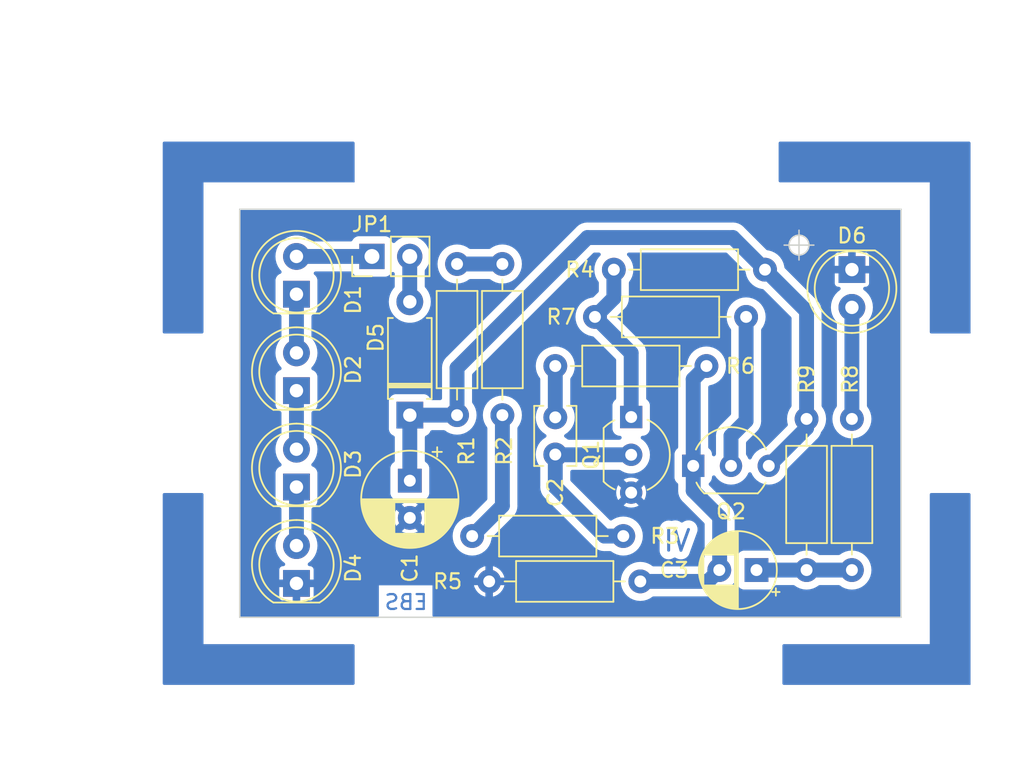
<source format=kicad_pcb>
(kicad_pcb (version 20221018) (generator pcbnew)
  (title_block (title "${acronym} - ${title}") (date "${date}") (rev "${revision}") (company "${company}") (comment 1 "${creator}") (comment 2 "${license}"))
  (layers (0 "F.Cu" signal) (31 "B.Cu" signal) (34 "B.Paste" user) (35 "F.Paste" user) (36 "B.SilkS" user "B.Silkscreen") (37 "F.SilkS" user "F.Silkscreen") (38 "B.Mask" user) (39 "F.Mask" user) (44 "Edge.Cuts" user))
  (property "acronym" "EBS")
  (property "company" "HTL-Rankweil")
  (property "creator" "GAR")
  (property "date" "1337-13-37")
  (property "license" "CC BY-NC-SA 4.0")
  (property "link" "github.com/htl-rankweil")
  (property "revision" "1.0")
  (property "title" "Ewigblink Solar")
  (net 0 "")
  (net 1 "Net-(C2-Pad2)")
  (net 2 "Net-(C3-Pad1)")
  (net 3 "Net-(D5-K)")
  (net 4 "Net-(Q1-B)")
  (net 5 "Net-(Q2-C)")
  (net 6 "Net-(D1-K)")
  (net 7 "Net-(D2-K)")
  (net 8 "Net-(D3-K)")
  (net 9 "Net-(D5-A)")
  (net 10 "Net-(R1-Pad2)")
  (net 11 "Net-(R2-Pad2)")
  (net 12 "GND")
  (net 13 "VCC")
  (net 14 "Net-(D6-A)")
  (net 15 "Net-(Q1-C)")
  (net 16 "Net-(Q2-B)")
  (footprint "Resistor_THT:R_Axial_DIN0207_L6.3mm_D2.5mm_P10.16mm_Horizontal" (layer "F.Cu") (at 153.289 93.726)
    (fp_text reference "R6" (at 12.446 0) (layer "F.SilkS"))
    (fp_text value "1k")
    (fp_line (start 1.04 0) (end 1.81 0) (stroke (width 0.12)) (layer "F.SilkS"))
    (fp_line (start 1.81 -1.37) (end 1.81 1.37) (stroke (width 0.12)) (layer "F.SilkS"))
    (fp_line (start 1.81 1.37) (end 8.35 1.37) (stroke (width 0.12)) (layer "F.SilkS"))
    (fp_line (start 8.35 -1.37) (end 1.81 -1.37) (stroke (width 0.12)) (layer "F.SilkS"))
    (fp_line (start 8.35 1.37) (end 8.35 -1.37) (stroke (width 0.12)) (layer "F.SilkS"))
    (fp_line (start 9.12 0) (end 8.35 0) (stroke (width 0.12)) (layer "F.SilkS"))
    (pad "1" thru_hole circle (at 0 0) (size 1.6 1.6) (drill 0.8) (layers "*.Cu" "*.Mask") (net 1 "Net-(C2-Pad2)"))
    (pad "2" thru_hole oval (at 10.16 0) (size 1.6 1.6) (drill 0.8) (layers "*.Cu" "*.Mask") (net 5 "Net-(Q2-C)"))
  )
  (footprint "LED_THT:LED_D5.0mm" (layer "F.Cu") (at 135.89 101.859 90)
    (fp_text reference "D3" (at 1.529 3.81 90) (layer "F.SilkS"))
    (fp_text value "PD333" hide)
    (fp_line (start -1.29 -1.545) (end -1.29 1.545) (stroke (width 0.12)) (layer "F.SilkS"))
    (fp_arc (start -1.29 -1.54483) (mid 2.072002 -2.880433) (end 4.26 0.000462) (stroke (width 0.12)) (layer "F.SilkS"))
    (fp_arc (start 4.26 -0.000462) (mid 2.072002 2.880433) (end -1.29 1.54483) (stroke (width 0.12)) (layer "F.SilkS"))
    (fp_circle (center 1.27 0) (end 3.77 0) (stroke (width 0.12)) (fill none) (layer "F.SilkS"))
    (pad "1" thru_hole rect (at 0 0 90) (size 1.8 1.8) (drill 0.9) (layers "*.Cu" "*.Mask") (net 8 "Net-(D3-K)"))
    (pad "2" thru_hole circle (at 2.54 0 90) (size 1.8 1.8) (drill 0.9) (layers "*.Cu" "*.Mask") (net 7 "Net-(D2-K)"))
  )
  (footprint "Package_TO_SOT_THT:TO-92_Inline_Wide" (layer "F.Cu") (at 158.39 97.155 -90)
    (fp_text reference "Q1" (at 2.54 2.688 90) (layer "F.SilkS"))
    (fp_text value "BC547")
    (fp_line (start 0.74 1.85) (end 4.34 1.85) (stroke (width 0.12)) (layer "F.SilkS"))
    (fp_arc (start 0.1836 -1.098807) (mid 1.143021 -2.192817) (end 2.54 -2.6) (stroke (width 0.12)) (layer "F.SilkS"))
    (fp_arc (start 0.74 1.85) (mid 0.446097 1.509328) (end 0.215816 1.122795) (stroke (width 0.12)) (layer "F.SilkS"))
    (fp_arc (start 2.54 -2.6) (mid 3.936979 -2.192818) (end 4.8964 -1.098807) (stroke (width 0.12)) (layer "F.SilkS"))
    (fp_arc (start 4.864184 1.122795) (mid 4.633903 1.509328) (end 4.34 1.85) (stroke (width 0.12)) (layer "F.SilkS"))
    (pad "1" thru_hole rect (at 0 0 270) (size 1.5 1.5) (drill 0.8) (layers "*.Cu" "*.Mask") (net 15 "Net-(Q1-C)"))
    (pad "2" thru_hole circle (at 2.54 0 270) (size 1.5 1.5) (drill 0.8) (layers "*.Cu" "*.Mask") (net 4 "Net-(Q1-B)"))
    (pad "3" thru_hole circle (at 5.08 0 270) (size 1.5 1.5) (drill 0.8) (layers "*.Cu" "*.Mask") (net 12 "GND"))
  )
  (footprint "Connector_PinHeader_2.54mm:PinHeader_1x02_P2.54mm_Vertical" (layer "F.Cu") (at 140.965 86.36 90)
    (fp_text reference "JP1" (at 2.159 0.005 180) (layer "F.SilkS"))
    (fp_text value "Jumper_2_Open" hide)
    (fp_line (start -1.33 -1.33) (end 0 -1.33) (stroke (width 0.12)) (layer "F.SilkS"))
    (fp_line (start -1.33 0) (end -1.33 -1.33) (stroke (width 0.12)) (layer "F.SilkS"))
    (fp_line (start -1.33 1.27) (end -1.33 3.87) (stroke (width 0.12)) (layer "F.SilkS"))
    (fp_line (start -1.33 1.27) (end 1.33 1.27) (stroke (width 0.12)) (layer "F.SilkS"))
    (fp_line (start -1.33 3.87) (end 1.33 3.87) (stroke (width 0.12)) (layer "F.SilkS"))
    (fp_line (start 1.33 1.27) (end 1.33 3.87) (stroke (width 0.12)) (layer "F.SilkS"))
    (pad "1" thru_hole rect (at 0 0 90) (size 1.7 1.7) (drill 1) (layers "*.Cu" "*.Mask") (net 13 "VCC"))
    (pad "2" thru_hole oval (at 0 2.54 90) (size 1.7 1.7) (drill 1) (layers "*.Cu" "*.Mask") (net 9 "Net-(D5-A)"))
  )
  (footprint "Resistor_THT:R_Axial_DIN0207_L6.3mm_D2.5mm_P10.16mm_Horizontal" (layer "F.Cu") (at 167.386 87.249 180)
    (fp_text reference "R4" (at 12.446 0) (layer "F.SilkS"))
    (fp_text value "33k")
    (fp_line (start 1.04 0) (end 1.81 0) (stroke (width 0.12)) (layer "F.SilkS"))
    (fp_line (start 1.81 -1.37) (end 1.81 1.37) (stroke (width 0.12)) (layer "F.SilkS"))
    (fp_line (start 1.81 1.37) (end 8.35 1.37) (stroke (width 0.12)) (layer "F.SilkS"))
    (fp_line (start 8.35 -1.37) (end 1.81 -1.37) (stroke (width 0.12)) (layer "F.SilkS"))
    (fp_line (start 8.35 1.37) (end 8.35 -1.37) (stroke (width 0.12)) (layer "F.SilkS"))
    (fp_line (start 9.12 0) (end 8.35 0) (stroke (width 0.12)) (layer "F.SilkS"))
    (pad "1" thru_hole circle (at 0 0 180) (size 1.6 1.6) (drill 0.8) (layers "*.Cu" "*.Mask") (net 3 "Net-(D5-K)"))
    (pad "2" thru_hole oval (at 10.16 0 180) (size 1.6 1.6) (drill 0.8) (layers "*.Cu" "*.Mask") (net 15 "Net-(Q1-C)"))
  )
  (footprint "Capacitor_THT:C_Disc_D3.8mm_W2.6mm_P2.50mm" (layer "F.Cu") (at 153.289 99.675 90)
    (fp_text reference "C2" (at -2.56 0 90) (layer "F.SilkS"))
    (fp_text value "100n")
    (fp_line (start -0.77 -1.42) (end -0.77 -0.795) (stroke (width 0.12)) (layer "F.SilkS"))
    (fp_line (start -0.77 -1.42) (end 3.27 -1.42) (stroke (width 0.12)) (layer "F.SilkS"))
    (fp_line (start -0.77 0.795) (end -0.77 1.42) (stroke (width 0.12)) (layer "F.SilkS"))
    (fp_line (start -0.77 1.42) (end 3.27 1.42) (stroke (width 0.12)) (layer "F.SilkS"))
    (fp_line (start 3.27 -1.42) (end 3.27 -0.795) (stroke (width 0.12)) (layer "F.SilkS"))
    (fp_line (start 3.27 0.795) (end 3.27 1.42) (stroke (width 0.12)) (layer "F.SilkS"))
    (pad "1" thru_hole circle (at 0 0 90) (size 1.6 1.6) (drill 0.8) (layers "*.Cu" "*.Mask") (net 4 "Net-(Q1-B)"))
    (pad "2" thru_hole circle (at 2.5 0 90) (size 1.6 1.6) (drill 0.8) (layers "*.Cu" "*.Mask") (net 1 "Net-(C2-Pad2)"))
  )
  (footprint "Resistor_THT:R_Axial_DIN0207_L6.3mm_D2.5mm_P10.16mm_Horizontal" (layer "F.Cu") (at 173.228 107.442 90)
    (fp_text reference "R8" (at 12.827 -0.127 90) (layer "F.SilkS"))
    (fp_text value "1k")
    (fp_line (start 1.04 0) (end 1.81 0) (stroke (width 0.12)) (layer "F.SilkS"))
    (fp_line (start 1.81 -1.37) (end 1.81 1.37) (stroke (width 0.12)) (layer "F.SilkS"))
    (fp_line (start 1.81 1.37) (end 8.35 1.37) (stroke (width 0.12)) (layer "F.SilkS"))
    (fp_line (start 8.35 -1.37) (end 1.81 -1.37) (stroke (width 0.12)) (layer "F.SilkS"))
    (fp_line (start 8.35 1.37) (end 8.35 -1.37) (stroke (width 0.12)) (layer "F.SilkS"))
    (fp_line (start 9.12 0) (end 8.35 0) (stroke (width 0.12)) (layer "F.SilkS"))
    (pad "1" thru_hole circle (at 0 0 90) (size 1.6 1.6) (drill 0.8) (layers "*.Cu" "*.Mask") (net 2 "Net-(C3-Pad1)"))
    (pad "2" thru_hole oval (at 10.16 0 90) (size 1.6 1.6) (drill 0.8) (layers "*.Cu" "*.Mask") (net 14 "Net-(D6-A)"))
  )
  (footprint "LED_THT:LED_D5.0mm" (layer "F.Cu") (at 173.228 87.244 -90)
    (fp_text reference "D6" (at -2.281 0) (layer "F.SilkS"))
    (fp_text value "LED" hide)
    (fp_line (start -1.29 -1.545) (end -1.29 1.545) (stroke (width 0.12)) (layer "F.SilkS"))
    (fp_arc (start -1.29 -1.54483) (mid 2.072002 -2.880433) (end 4.26 0.000462) (stroke (width 0.12)) (layer "F.SilkS"))
    (fp_arc (start 4.26 -0.000462) (mid 2.072002 2.880433) (end -1.29 1.54483) (stroke (width 0.12)) (layer "F.SilkS"))
    (fp_circle (center 1.27 0) (end 3.77 0) (stroke (width 0.12)) (fill none) (layer "F.SilkS"))
    (pad "1" thru_hole rect (at 0 0 270) (size 1.8 1.8) (drill 0.9) (layers "*.Cu" "*.Mask") (net 12 "GND"))
    (pad "2" thru_hole circle (at 2.54 0 270) (size 1.8 1.8) (drill 0.9) (layers "*.Cu" "*.Mask") (net 14 "Net-(D6-A)"))
  )
  (footprint "Diode_THT:D_A-405_P7.62mm_Horizontal" (layer "F.Cu") (at 143.51 97.028 90)
    (fp_text reference "D5" (at 5.207 -2.286 90) (layer "F.SilkS"))
    (fp_text value "D")
    (fp_line (start 1.09 -1.47) (end 6.53 -1.47) (stroke (width 0.12)) (layer "F.SilkS"))
    (fp_line (start 1.09 -1.14) (end 1.09 -1.47) (stroke (width 0.12)) (layer "F.SilkS"))
    (fp_line (start 1.09 1.14) (end 1.09 1.47) (stroke (width 0.12)) (layer "F.SilkS"))
    (fp_line (start 1.09 1.47) (end 6.53 1.47) (stroke (width 0.12)) (layer "F.SilkS"))
    (fp_line (start 1.87 -1.47) (end 1.87 1.47) (stroke (width 0.12)) (layer "F.SilkS"))
    (fp_line (start 1.99 -1.47) (end 1.99 1.47) (stroke (width 0.12)) (layer "F.SilkS"))
    (fp_line (start 2.11 -1.47) (end 2.11 1.47) (stroke (width 0.12)) (layer "F.SilkS"))
    (fp_line (start 6.53 -1.47) (end 6.53 -1.14) (stroke (width 0.12)) (layer "F.SilkS"))
    (fp_line (start 6.53 1.47) (end 6.53 1.14) (stroke (width 0.12)) (layer "F.SilkS"))
    (pad "1" thru_hole rect (at 0 0 90) (size 1.8 1.8) (drill 0.9) (layers "*.Cu" "*.Mask") (net 3 "Net-(D5-K)"))
    (pad "2" thru_hole oval (at 7.62 0 90) (size 1.8 1.8) (drill 0.9) (layers "*.Cu" "*.Mask") (net 9 "Net-(D5-A)"))
  )
  (footprint "Resistor_THT:R_Axial_DIN0207_L6.3mm_D2.5mm_P10.16mm_Horizontal" (layer "F.Cu") (at 149.733 86.868 -90)
    (fp_text reference "R2" (at 12.573 -0.127 90) (layer "F.SilkS"))
    (fp_text value "10Meg")
    (fp_line (start 1.04 0) (end 1.81 0) (stroke (width 0.12)) (layer "F.SilkS"))
    (fp_line (start 1.81 -1.37) (end 1.81 1.37) (stroke (width 0.12)) (layer "F.SilkS"))
    (fp_line (start 1.81 1.37) (end 8.35 1.37) (stroke (width 0.12)) (layer "F.SilkS"))
    (fp_line (start 8.35 -1.37) (end 1.81 -1.37) (stroke (width 0.12)) (layer "F.SilkS"))
    (fp_line (start 8.35 1.37) (end 8.35 -1.37) (stroke (width 0.12)) (layer "F.SilkS"))
    (fp_line (start 9.12 0) (end 8.35 0) (stroke (width 0.12)) (layer "F.SilkS"))
    (pad "1" thru_hole circle (at 0 0 270) (size 1.6 1.6) (drill 0.8) (layers "*.Cu" "*.Mask") (net 10 "Net-(R1-Pad2)"))
    (pad "2" thru_hole oval (at 10.16 0 270) (size 1.6 1.6) (drill 0.8) (layers "*.Cu" "*.Mask") (net 11 "Net-(R2-Pad2)"))
  )
  (footprint "LED_THT:LED_D5.0mm" (layer "F.Cu") (at 135.89 95.382 90)
    (fp_text reference "D2" (at 1.402 3.81 90) (layer "F.SilkS"))
    (fp_text value "PD333" hide)
    (fp_line (start -1.29 -1.545) (end -1.29 1.545) (stroke (width 0.12)) (layer "F.SilkS"))
    (fp_arc (start -1.29 -1.54483) (mid 2.072002 -2.880433) (end 4.26 0.000462) (stroke (width 0.12)) (layer "F.SilkS"))
    (fp_arc (start 4.26 -0.000462) (mid 2.072002 2.880433) (end -1.29 1.54483) (stroke (width 0.12)) (layer "F.SilkS"))
    (fp_circle (center 1.27 0) (end 3.77 0) (stroke (width 0.12)) (fill none) (layer "F.SilkS"))
    (pad "1" thru_hole rect (at 0 0 90) (size 1.8 1.8) (drill 0.9) (layers "*.Cu" "*.Mask") (net 7 "Net-(D2-K)"))
    (pad "2" thru_hole circle (at 2.54 0 90) (size 1.8 1.8) (drill 0.9) (layers "*.Cu" "*.Mask") (net 6 "Net-(D1-K)"))
  )
  (footprint "LED_THT:LED_D5.0mm" (layer "F.Cu") (at 135.89 108.336 90)
    (fp_text reference "D4" (at 1.021 3.81 90) (layer "F.SilkS"))
    (fp_text value "PD333" hide)
    (fp_line (start -1.29 -1.545) (end -1.29 1.545) (stroke (width 0.12)) (layer "F.SilkS"))
    (fp_arc (start -1.29 -1.54483) (mid 2.072002 -2.880433) (end 4.26 0.000462) (stroke (width 0.12)) (layer "F.SilkS"))
    (fp_arc (start 4.26 -0.000462) (mid 2.072002 2.880433) (end -1.29 1.54483) (stroke (width 0.12)) (layer "F.SilkS"))
    (fp_circle (center 1.27 0) (end 3.77 0) (stroke (width 0.12)) (fill none) (layer "F.SilkS"))
    (pad "1" thru_hole rect (at 0 0 90) (size 1.8 1.8) (drill 0.9) (layers "*.Cu" "*.Mask") (net 12 "GND"))
    (pad "2" thru_hole circle (at 2.54 0 90) (size 1.8 1.8) (drill 0.9) (layers "*.Cu" "*.Mask") (net 8 "Net-(D3-K)"))
  )
  (footprint "Capacitor_THT:CP_Radial_D5.0mm_P2.50mm" (layer "F.Cu") (at 166.813113 107.442 180)
    (fp_text reference "C3" (at 5.523113 0) (layer "F.SilkS"))
    (fp_text value "10u")
    (fp_line (start -1.554775 -1.475) (end -1.054775 -1.475) (stroke (width 0.12)) (layer "F.SilkS"))
    (fp_line (start -1.304775 -1.725) (end -1.304775 -1.225) (stroke (width 0.12)) (layer "F.SilkS"))
    (fp_line (start 1.25 -2.58) (end 1.25 2.58) (stroke (width 0.12)) (layer "F.SilkS"))
    (fp_line (start 1.29 -2.58) (end 1.29 2.58) (stroke (width 0.12)) (layer "F.SilkS"))
    (fp_line (start 1.33 -2.579) (end 1.33 2.579) (stroke (width 0.12)) (layer "F.SilkS"))
    (fp_line (start 1.37 -2.578) (end 1.37 2.578) (stroke (width 0.12)) (layer "F.SilkS"))
    (fp_line (start 1.41 -2.576) (end 1.41 2.576) (stroke (width 0.12)) (layer "F.SilkS"))
    (fp_line (start 1.45 -2.573) (end 1.45 2.573) (stroke (width 0.12)) (layer "F.SilkS"))
    (fp_line (start 1.49 -2.569) (end 1.49 -1.04) (stroke (width 0.12)) (layer "F.SilkS"))
    (fp_line (start 1.49 1.04) (end 1.49 2.569) (stroke (width 0.12)) (layer "F.SilkS"))
    (fp_line (start 1.53 -2.565) (end 1.53 -1.04) (stroke (width 0.12)) (layer "F.SilkS"))
    (fp_line (start 1.53 1.04) (end 1.53 2.565) (stroke (width 0.12)) (layer "F.SilkS"))
    (fp_line (start 1.57 -2.561) (end 1.57 -1.04) (stroke (width 0.12)) (layer "F.SilkS"))
    (fp_line (start 1.57 1.04) (end 1.57 2.561) (stroke (width 0.12)) (layer "F.SilkS"))
    (fp_line (start 1.61 -2.556) (end 1.61 -1.04) (stroke (width 0.12)) (layer "F.SilkS"))
    (fp_line (start 1.61 1.04) (end 1.61 2.556) (stroke (width 0.12)) (layer "F.SilkS"))
    (fp_line (start 1.65 -2.55) (end 1.65 -1.04) (stroke (width 0.12)) (layer "F.SilkS"))
    (fp_line (start 1.65 1.04) (end 1.65 2.55) (stroke (width 0.12)) (layer "F.SilkS"))
    (fp_line (start 1.69 -2.543) (end 1.69 -1.04) (stroke (width 0.12)) (layer "F.SilkS"))
    (fp_line (start 1.69 1.04) (end 1.69 2.543) (stroke (width 0.12)) (layer "F.SilkS"))
    (fp_line (start 1.73 -2.536) (end 1.73 -1.04) (stroke (width 0.12)) (layer "F.SilkS"))
    (fp_line (start 1.73 1.04) (end 1.73 2.536) (stroke (width 0.12)) (layer "F.SilkS"))
    (fp_line (start 1.77 -2.528) (end 1.77 -1.04) (stroke (width 0.12)) (layer "F.SilkS"))
    (fp_line (start 1.77 1.04) (end 1.77 2.528) (stroke (width 0.12)) (layer "F.SilkS"))
    (fp_line (start 1.81 -2.52) (end 1.81 -1.04) (stroke (width 0.12)) (layer "F.SilkS"))
    (fp_line (start 1.81 1.04) (end 1.81 2.52) (stroke (width 0.12)) (layer "F.SilkS"))
    (fp_line (start 1.85 -2.511) (end 1.85 -1.04) (stroke (width 0.12)) (layer "F.SilkS"))
    (fp_line (start 1.85 1.04) (end 1.85 2.511) (stroke (width 0.12)) (layer "F.SilkS"))
    (fp_line (start 1.89 -2.501) (end 1.89 -1.04) (stroke (width 0.12)) (layer "F.SilkS"))
    (fp_line (start 1.89 1.04) (end 1.89 2.501) (stroke (width 0.12)) (layer "F.SilkS"))
    (fp_line (start 1.93 -2.491) (end 1.93 -1.04) (stroke (width 0.12)) (layer "F.SilkS"))
    (fp_line (start 1.93 1.04) (end 1.93 2.491) (stroke (width 0.12)) (layer "F.SilkS"))
    (fp_line (start 1.971 -2.48) (end 1.971 -1.04) (stroke (width 0.12)) (layer "F.SilkS"))
    (fp_line (start 1.971 1.04) (end 1.971 2.48) (stroke (width 0.12)) (layer "F.SilkS"))
    (fp_line (start 2.011 -2.468) (end 2.011 -1.04) (stroke (width 0.12)) (layer "F.SilkS"))
    (fp_line (start 2.011 1.04) (end 2.011 2.468) (stroke (width 0.12)) (layer "F.SilkS"))
    (fp_line (start 2.051 -2.455) (end 2.051 -1.04) (stroke (width 0.12)) (layer "F.SilkS"))
    (fp_line (start 2.051 1.04) (end 2.051 2.455) (stroke (width 0.12)) (layer "F.SilkS"))
    (fp_line (start 2.091 -2.442) (end 2.091 -1.04) (stroke (width 0.12)) (layer "F.SilkS"))
    (fp_line (start 2.091 1.04) (end 2.091 2.442) (stroke (width 0.12)) (layer "F.SilkS"))
    (fp_line (start 2.131 -2.428) (end 2.131 -1.04) (stroke (width 0.12)) (layer "F.SilkS"))
    (fp_line (start 2.131 1.04) (end 2.131 2.428) (stroke (width 0.12)) (layer "F.SilkS"))
    (fp_line (start 2.171 -2.414) (end 2.171 -1.04) (stroke (width 0.12)) (layer "F.SilkS"))
    (fp_line (start 2.171 1.04) (end 2.171 2.414) (stroke (width 0.12)) (layer "F.SilkS"))
    (fp_line (start 2.211 -2.398) (end 2.211 -1.04) (stroke (width 0.12)) (layer "F.SilkS"))
    (fp_line (start 2.211 1.04) (end 2.211 2.398) (stroke (width 0.12)) (layer "F.SilkS"))
    (fp_line (start 2.251 -2.382) (end 2.251 -1.04) (stroke (width 0.12)) (layer "F.SilkS"))
    (fp_line (start 2.251 1.04) (end 2.251 2.382) (stroke (width 0.12)) (layer "F.SilkS"))
    (fp_line (start 2.291 -2.365) (end 2.291 -1.04) (stroke (width 0.12)) (layer "F.SilkS"))
    (fp_line (start 2.291 1.04) (end 2.291 2.365) (stroke (width 0.12)) (layer "F.SilkS"))
    (fp_line (start 2.331 -2.348) (end 2.331 -1.04) (stroke (width 0.12)) (layer "F.SilkS"))
    (fp_line (start 2.331 1.04) (end 2.331 2.348) (stroke (width 0.12)) (layer "F.SilkS"))
    (fp_line (start 2.371 -2.329) (end 2.371 -1.04) (stroke (width 0.12)) (layer "F.SilkS"))
    (fp_line (start 2.371 1.04) (end 2.371 2.329) (stroke (width 0.12)) (layer "F.SilkS"))
    (fp_line (start 2.411 -2.31) (end 2.411 -1.04) (stroke (width 0.12)) (layer "F.SilkS"))
    (fp_line (start 2.411 1.04) (end 2.411 2.31) (stroke (width 0.12)) (layer "F.SilkS"))
    (fp_line (start 2.451 -2.29) (end 2.451 -1.04) (stroke (width 0.12)) (layer "F.SilkS"))
    (fp_line (start 2.451 1.04) (end 2.451 2.29) (stroke (width 0.12)) (layer "F.SilkS"))
    (fp_line (start 2.491 -2.268) (end 2.491 -1.04) (stroke (width 0.12)) (layer "F.SilkS"))
    (fp_line (start 2.491 1.04) (end 2.491 2.268) (stroke (width 0.12)) (layer "F.SilkS"))
    (fp_line (start 2.531 -2.247) (end 2.531 -1.04) (stroke (width 0.12)) (layer "F.SilkS"))
    (fp_line (start 2.531 1.04) (end 2.531 2.247) (stroke (width 0.12)) (layer "F.SilkS"))
    (fp_line (start 2.571 -2.224) (end 2.571 -1.04) (stroke (width 0.12)) (layer "F.SilkS"))
    (fp_line (start 2.571 1.04) (end 2.571 2.224) (stroke (width 0.12)) (layer "F.SilkS"))
    (fp_line (start 2.611 -2.2) (end 2.611 -1.04) (stroke (width 0.12)) (layer "F.SilkS"))
    (fp_line (start 2.611 1.04) (end 2.611 2.2) (stroke (width 0.12)) (layer "F.SilkS"))
    (fp_line (start 2.651 -2.175) (end 2.651 -1.04) (stroke (width 0.12)) (layer "F.SilkS"))
    (fp_line (start 2.651 1.04) (end 2.651 2.175) (stroke (width 0.12)) (layer "F.SilkS"))
    (fp_line (start 2.691 -2.149) (end 2.691 -1.04) (stroke (width 0.12)) (layer "F.SilkS"))
    (fp_line (start 2.691 1.04) (end 2.691 2.149) (stroke (width 0.12)) (layer "F.SilkS"))
    (fp_line (start 2.731 -2.122) (end 2.731 -1.04) (stroke (width 0.12)) (layer "F.SilkS"))
    (fp_line (start 2.731 1.04) (end 2.731 2.122) (stroke (width 0.12)) (layer "F.SilkS"))
    (fp_line (start 2.771 -2.095) (end 2.771 -1.04) (stroke (width 0.12)) (layer "F.SilkS"))
    (fp_line (start 2.771 1.04) (end 2.771 2.095) (stroke (width 0.12)) (layer "F.SilkS"))
    (fp_line (start 2.811 -2.065) (end 2.811 -1.04) (stroke (width 0.12)) (layer "F.SilkS"))
    (fp_line (start 2.811 1.04) (end 2.811 2.065) (stroke (width 0.12)) (layer "F.SilkS"))
    (fp_line (start 2.851 -2.035) (end 2.851 -1.04) (stroke (width 0.12)) (layer "F.SilkS"))
    (fp_line (start 2.851 1.04) (end 2.851 2.035) (stroke (width 0.12)) (layer "F.SilkS"))
    (fp_line (start 2.891 -2.004) (end 2.891 -1.04) (stroke (width 0.12)) (layer "F.SilkS"))
    (fp_line (start 2.891 1.04) (end 2.891 2.004) (stroke (width 0.12)) (layer "F.SilkS"))
    (fp_line (start 2.931 -1.971) (end 2.931 -1.04) (stroke (width 0.12)) (layer "F.SilkS"))
    (fp_line (start 2.931 1.04) (end 2.931 1.971) (stroke (width 0.12)) (layer "F.SilkS"))
    (fp_line (start 2.971 -1.937) (end 2.971 -1.04) (stroke (width 0.12)) (layer "F.SilkS"))
    (fp_line (start 2.971 1.04) (end 2.971 1.937) (stroke (width 0.12)) (layer "F.SilkS"))
    (fp_line (start 3.011 -1.901) (end 3.011 -1.04) (stroke (width 0.12)) (layer "F.SilkS"))
    (fp_line (start 3.011 1.04) (end 3.011 1.901) (stroke (width 0.12)) (layer "F.SilkS"))
    (fp_line (start 3.051 -1.864) (end 3.051 -1.04) (stroke (width 0.12)) (layer "F.SilkS"))
    (fp_line (start 3.051 1.04) (end 3.051 1.864) (stroke (width 0.12)) (layer "F.SilkS"))
    (fp_line (start 3.091 -1.826) (end 3.091 -1.04) (stroke (width 0.12)) (layer "F.SilkS"))
    (fp_line (start 3.091 1.04) (end 3.091 1.826) (stroke (width 0.12)) (layer "F.SilkS"))
    (fp_line (start 3.131 -1.785) (end 3.131 -1.04) (stroke (width 0.12)) (layer "F.SilkS"))
    (fp_line (start 3.131 1.04) (end 3.131 1.785) (stroke (width 0.12)) (layer "F.SilkS"))
    (fp_line (start 3.171 -1.743) (end 3.171 -1.04) (stroke (width 0.12)) (layer "F.SilkS"))
    (fp_line (start 3.171 1.04) (end 3.171 1.743) (stroke (width 0.12)) (layer "F.SilkS"))
    (fp_line (start 3.211 -1.699) (end 3.211 -1.04) (stroke (width 0.12)) (layer "F.SilkS"))
    (fp_line (start 3.211 1.04) (end 3.211 1.699) (stroke (width 0.12)) (layer "F.SilkS"))
    (fp_line (start 3.251 -1.653) (end 3.251 -1.04) (stroke (width 0.12)) (layer "F.SilkS"))
    (fp_line (start 3.251 1.04) (end 3.251 1.653) (stroke (width 0.12)) (layer "F.SilkS"))
    (fp_line (start 3.291 -1.605) (end 3.291 -1.04) (stroke (width 0.12)) (layer "F.SilkS"))
    (fp_line (start 3.291 1.04) (end 3.291 1.605) (stroke (width 0.12)) (layer "F.SilkS"))
    (fp_line (start 3.331 -1.554) (end 3.331 -1.04) (stroke (width 0.12)) (layer "F.SilkS"))
    (fp_line (start 3.331 1.04) (end 3.331 1.554) (stroke (width 0.12)) (layer "F.SilkS"))
    (fp_line (start 3.371 -1.5) (end 3.371 -1.04) (stroke (width 0.12)) (layer "F.SilkS"))
    (fp_line (start 3.371 1.04) (end 3.371 1.5) (stroke (width 0.12)) (layer "F.SilkS"))
    (fp_line (start 3.411 -1.443) (end 3.411 -1.04) (stroke (width 0.12)) (layer "F.SilkS"))
    (fp_line (start 3.411 1.04) (end 3.411 1.443) (stroke (width 0.12)) (layer "F.SilkS"))
    (fp_line (start 3.451 -1.383) (end 3.451 -1.04) (stroke (width 0.12)) (layer "F.SilkS"))
    (fp_line (start 3.451 1.04) (end 3.451 1.383) (stroke (width 0.12)) (layer "F.SilkS"))
    (fp_line (start 3.491 -1.319) (end 3.491 -1.04) (stroke (width 0.12)) (layer "F.SilkS"))
    (fp_line (start 3.491 1.04) (end 3.491 1.319) (stroke (width 0.12)) (layer "F.SilkS"))
    (fp_line (start 3.531 -1.251) (end 3.531 -1.04) (stroke (width 0.12)) (layer "F.SilkS"))
    (fp_line (start 3.531 1.04) (end 3.531 1.251) (stroke (width 0.12)) (layer "F.SilkS"))
    (fp_line (start 3.571 -1.178) (end 3.571 1.178) (stroke (width 0.12)) (layer "F.SilkS"))
    (fp_line (start 3.611 -1.098) (end 3.611 1.098) (stroke (width 0.12)) (layer "F.SilkS"))
    (fp_line (start 3.651 -1.011) (end 3.651 1.011) (stroke (width 0.12)) (layer "F.SilkS"))
    (fp_line (start 3.691 -0.915) (end 3.691 0.915) (stroke (width 0.12)) (layer "F.SilkS"))
    (fp_line (start 3.731 -0.805) (end 3.731 0.805) (stroke (width 0.12)) (layer "F.SilkS"))
    (fp_line (start 3.771 -0.677) (end 3.771 0.677) (stroke (width 0.12)) (layer "F.SilkS"))
    (fp_line (start 3.811 -0.518) (end 3.811 0.518) (stroke (width 0.12)) (layer "F.SilkS"))
    (fp_line (start 3.851 -0.284) (end 3.851 0.284) (stroke (width 0.12)) (layer "F.SilkS"))
    (fp_circle (center 1.25 0) (end 3.87 0) (stroke (width 0.12)) (fill none) (layer "F.SilkS"))
    (pad "1" thru_hole rect (at 0 0 180) (size 1.6 1.6) (drill 0.8) (layers "*.Cu" "*.Mask") (net 2 "Net-(C3-Pad1)"))
    (pad "2" thru_hole circle (at 2.5 0 180) (size 1.6 1.6) (drill 0.8) (layers "*.Cu" "*.Mask") (net 5 "Net-(Q2-C)"))
  )
  (footprint "Resistor_THT:R_Axial_DIN0207_L6.3mm_D2.5mm_P10.16mm_Horizontal" (layer "F.Cu") (at 159.004 108.204 180)
    (fp_text reference "R5" (at 12.954 0) (layer "F.SilkS"))
    (fp_text value "10k")
    (fp_line (start 1.04 0) (end 1.81 0) (stroke (width 0.12)) (layer "F.SilkS"))
    (fp_line (start 1.81 -1.37) (end 1.81 1.37) (stroke (width 0.12)) (layer "F.SilkS"))
    (fp_line (start 1.81 1.37) (end 8.35 1.37) (stroke (width 0.12)) (layer "F.SilkS"))
    (fp_line (start 8.35 -1.37) (end 1.81 -1.37) (stroke (width 0.12)) (layer "F.SilkS"))
    (fp_line (start 8.35 1.37) (end 8.35 -1.37) (stroke (width 0.12)) (layer "F.SilkS"))
    (fp_line (start 9.12 0) (end 8.35 0) (stroke (width 0.12)) (layer "F.SilkS"))
    (pad "1" thru_hole circle (at 0 0 180) (size 1.6 1.6) (drill 0.8) (layers "*.Cu" "*.Mask") (net 5 "Net-(Q2-C)"))
    (pad "2" thru_hole oval (at 10.16 0 180) (size 1.6 1.6) (drill 0.8) (layers "*.Cu" "*.Mask") (net 12 "GND"))
  )
  (footprint "Resistor_THT:R_Axial_DIN0207_L6.3mm_D2.5mm_P10.16mm_Horizontal" (layer "F.Cu") (at 155.956 90.424)
    (fp_text reference "R7" (at -2.286 0) (layer "F.SilkS"))
    (fp_text value "1k")
    (fp_line (start 1.04 0) (end 1.81 0) (stroke (width 0.12)) (layer "F.SilkS"))
    (fp_line (start 1.81 -1.37) (end 1.81 1.37) (stroke (width 0.12)) (layer "F.SilkS"))
    (fp_line (start 1.81 1.37) (end 8.35 1.37) (stroke (width 0.12)) (layer "F.SilkS"))
    (fp_line (start 8.35 -1.37) (end 1.81 -1.37) (stroke (width 0.12)) (layer "F.SilkS"))
    (fp_line (start 8.35 1.37) (end 8.35 -1.37) (stroke (width 0.12)) (layer "F.SilkS"))
    (fp_line (start 9.12 0) (end 8.35 0) (stroke (width 0.12)) (layer "F.SilkS"))
    (pad "1" thru_hole circle (at 0 0) (size 1.6 1.6) (drill 0.8) (layers "*.Cu" "*.Mask") (net 15 "Net-(Q1-C)"))
    (pad "2" thru_hole oval (at 10.16 0) (size 1.6 1.6) (drill 0.8) (layers "*.Cu" "*.Mask") (net 16 "Net-(Q2-B)"))
  )
  (footprint "Resistor_THT:R_Axial_DIN0207_L6.3mm_D2.5mm_P10.16mm_Horizontal" (layer "F.Cu") (at 170.18 97.282 -90)
    (fp_text reference "R9" (at -2.667 0 -90) (layer "F.SilkS"))
    (fp_text value "10k")
    (fp_line (start 1.04 0) (end 1.81 0) (stroke (width 0.12)) (layer "F.SilkS"))
    (fp_line (start 1.81 -1.37) (end 1.81 1.37) (stroke (width 0.12)) (layer "F.SilkS"))
    (fp_line (start 1.81 1.37) (end 8.35 1.37) (stroke (width 0.12)) (layer "F.SilkS"))
    (fp_line (start 8.35 -1.37) (end 1.81 -1.37) (stroke (width 0.12)) (layer "F.SilkS"))
    (fp_line (start 8.35 1.37) (end 8.35 -1.37) (stroke (width 0.12)) (layer "F.SilkS"))
    (fp_line (start 9.12 0) (end 8.35 0) (stroke (width 0.12)) (layer "F.SilkS"))
    (pad "1" thru_hole circle (at 0 0 270) (size 1.6 1.6) (drill 0.8) (layers "*.Cu" "*.Mask") (net 3 "Net-(D5-K)"))
    (pad "2" thru_hole oval (at 10.16 0 270) (size 1.6 1.6) (drill 0.8) (layers "*.Cu" "*.Mask") (net 2 "Net-(C3-Pad1)"))
  )
  (footprint "Package_TO_SOT_THT:TO-92_Inline_Wide" (layer "F.Cu") (at 162.56 100.436)
    (fp_text reference "Q2" (at 2.54 3.069) (layer "F.SilkS"))
    (fp_text value "BC557")
    (fp_line (start 0.74 1.85) (end 4.34 1.85) (stroke (width 0.12)) (layer "F.SilkS"))
    (fp_arc (start 0.1836 -1.098807) (mid 1.143021 -2.192817) (end 2.54 -2.6) (stroke (width 0.12)) (layer "F.SilkS"))
    (fp_arc (start 0.74 1.85) (mid 0.446097 1.509328) (end 0.215816 1.122795) (stroke (width 0.12)) (layer "F.SilkS"))
    (fp_arc (start 2.54 -2.6) (mid 3.936979 -2.192818) (end 4.8964 -1.098807) (stroke (width 0.12)) (layer "F.SilkS"))
    (fp_arc (start 4.864184 1.122795) (mid 4.633903 1.509328) (end 4.34 1.85) (stroke (width 0.12)) (layer "F.SilkS"))
    (pad "1" thru_hole rect (at 0 0) (size 1.5 1.5) (drill 0.8) (layers "*.Cu" "*.Mask") (net 5 "Net-(Q2-C)"))
    (pad "2" thru_hole circle (at 2.54 0) (size 1.5 1.5) (drill 0.8) (layers "*.Cu" "*.Mask") (net 16 "Net-(Q2-B)"))
    (pad "3" thru_hole circle (at 5.08 0) (size 1.5 1.5) (drill 0.8) (layers "*.Cu" "*.Mask") (net 3 "Net-(D5-K)"))
  )
  (footprint "LED_THT:LED_D5.0mm" (layer "F.Cu") (at 135.89 88.9 90)
    (fp_text reference "D1" (at -0.381 3.81 90) (layer "F.SilkS"))
    (fp_text value "PD333" hide)
    (fp_line (start -1.29 -1.545) (end -1.29 1.545) (stroke (width 0.12)) (layer "F.SilkS"))
    (fp_arc (start -1.29 -1.54483) (mid 2.072002 -2.880433) (end 4.26 0.000462) (stroke (width 0.12)) (layer "F.SilkS"))
    (fp_arc (start 4.26 -0.000462) (mid 2.072002 2.880433) (end -1.29 1.54483) (stroke (width 0.12)) (layer "F.SilkS"))
    (fp_circle (center 1.27 0) (end 3.77 0) (stroke (width 0.12)) (fill none) (layer "F.SilkS"))
    (pad "1" thru_hole rect (at 0 0 90) (size 1.8 1.8) (drill 0.9) (layers "*.Cu" "*.Mask") (net 6 "Net-(D1-K)"))
    (pad "2" thru_hole circle (at 2.54 0 90) (size 1.8 1.8) (drill 0.9) (layers "*.Cu" "*.Mask") (net 13 "VCC"))
  )
  (footprint "Capacitor_THT:CP_Radial_D6.3mm_P2.50mm" (layer "F.Cu") (at 143.51 101.433621 -90)
    (fp_text reference "C1" (at 5.881379 0 -90) (layer "F.SilkS"))
    (fp_text value "1F/2V5")
    (fp_line (start -2.250241 -1.839) (end -1.620241 -1.839) (stroke (width 0.12)) (layer "F.SilkS"))
    (fp_line (start -1.935241 -2.154) (end -1.935241 -1.524) (stroke (width 0.12)) (layer "F.SilkS"))
    (fp_line (start 1.25 -3.23) (end 1.25 3.23) (stroke (width 0.12)) (layer "F.SilkS"))
    (fp_line (start 1.29 -3.23) (end 1.29 3.23) (stroke (width 0.12)) (layer "F.SilkS"))
    (fp_line (start 1.33 -3.23) (end 1.33 3.23) (stroke (width 0.12)) (layer "F.SilkS"))
    (fp_line (start 1.37 -3.228) (end 1.37 3.228) (stroke (width 0.12)) (layer "F.SilkS"))
    (fp_line (start 1.41 -3.227) (end 1.41 3.227) (stroke (width 0.12)) (layer "F.SilkS"))
    (fp_line (start 1.45 -3.224) (end 1.45 3.224) (stroke (width 0.12)) (layer "F.SilkS"))
    (fp_line (start 1.49 -3.222) (end 1.49 -1.04) (stroke (width 0.12)) (layer "F.SilkS"))
    (fp_line (start 1.49 1.04) (end 1.49 3.222) (stroke (width 0.12)) (layer "F.SilkS"))
    (fp_line (start 1.53 -3.218) (end 1.53 -1.04) (stroke (width 0.12)) (layer "F.SilkS"))
    (fp_line (start 1.53 1.04) (end 1.53 3.218) (stroke (width 0.12)) (layer "F.SilkS"))
    (fp_line (start 1.57 -3.215) (end 1.57 -1.04) (stroke (width 0.12)) (layer "F.SilkS"))
    (fp_line (start 1.57 1.04) (end 1.57 3.215) (stroke (width 0.12)) (layer "F.SilkS"))
    (fp_line (start 1.61 -3.211) (end 1.61 -1.04) (stroke (width 0.12)) (layer "F.SilkS"))
    (fp_line (start 1.61 1.04) (end 1.61 3.211) (stroke (width 0.12)) (layer "F.SilkS"))
    (fp_line (start 1.65 -3.206) (end 1.65 -1.04) (stroke (width 0.12)) (layer "F.SilkS"))
    (fp_line (start 1.65 1.04) (end 1.65 3.206) (stroke (width 0.12)) (layer "F.SilkS"))
    (fp_line (start 1.69 -3.201) (end 1.69 -1.04) (stroke (width 0.12)) (layer "F.SilkS"))
    (fp_line (start 1.69 1.04) (end 1.69 3.201) (stroke (width 0.12)) (layer "F.SilkS"))
    (fp_line (start 1.73 -3.195) (end 1.73 -1.04) (stroke (width 0.12)) (layer "F.SilkS"))
    (fp_line (start 1.73 1.04) (end 1.73 3.195) (stroke (width 0.12)) (layer "F.SilkS"))
    (fp_line (start 1.77 -3.189) (end 1.77 -1.04) (stroke (width 0.12)) (layer "F.SilkS"))
    (fp_line (start 1.77 1.04) (end 1.77 3.189) (stroke (width 0.12)) (layer "F.SilkS"))
    (fp_line (start 1.81 -3.182) (end 1.81 -1.04) (stroke (width 0.12)) (layer "F.SilkS"))
    (fp_line (start 1.81 1.04) (end 1.81 3.182) (stroke (width 0.12)) (layer "F.SilkS"))
    (fp_line (start 1.85 -3.175) (end 1.85 -1.04) (stroke (width 0.12)) (layer "F.SilkS"))
    (fp_line (start 1.85 1.04) (end 1.85 3.175) (stroke (width 0.12)) (layer "F.SilkS"))
    (fp_line (start 1.89 -3.167) (end 1.89 -1.04) (stroke (width 0.12)) (layer "F.SilkS"))
    (fp_line (start 1.89 1.04) (end 1.89 3.167) (stroke (width 0.12)) (layer "F.SilkS"))
    (fp_line (start 1.93 -3.159) (end 1.93 -1.04) (stroke (width 0.12)) (layer "F.SilkS"))
    (fp_line (start 1.93 1.04) (end 1.93 3.159) (stroke (width 0.12)) (layer "F.SilkS"))
    (fp_line (start 1.971 -3.15) (end 1.971 -1.04) (stroke (width 0.12)) (layer "F.SilkS"))
    (fp_line (start 1.971 1.04) (end 1.971 3.15) (stroke (width 0.12)) (layer "F.SilkS"))
    (fp_line (start 2.011 -3.141) (end 2.011 -1.04) (stroke (width 0.12)) (layer "F.SilkS"))
    (fp_line (start 2.011 1.04) (end 2.011 3.141) (stroke (width 0.12)) (layer "F.SilkS"))
    (fp_line (start 2.051 -3.131) (end 2.051 -1.04) (stroke (width 0.12)) (layer "F.SilkS"))
    (fp_line (start 2.051 1.04) (end 2.051 3.131) (stroke (width 0.12)) (layer "F.SilkS"))
    (fp_line (start 2.091 -3.121) (end 2.091 -1.04) (stroke (width 0.12)) (layer "F.SilkS"))
    (fp_line (start 2.091 1.04) (end 2.091 3.121) (stroke (width 0.12)) (layer "F.SilkS"))
    (fp_line (start 2.131 -3.11) (end 2.131 -1.04) (stroke (width 0.12)) (layer "F.SilkS"))
    (fp_line (start 2.131 1.04) (end 2.131 3.11) (stroke (width 0.12)) (layer "F.SilkS"))
    (fp_line (start 2.171 -3.098) (end 2.171 -1.04) (stroke (width 0.12)) (layer "F.SilkS"))
    (fp_line (start 2.171 1.04) (end 2.171 3.098) (stroke (width 0.12)) (layer "F.SilkS"))
    (fp_line (start 2.211 -3.086) (end 2.211 -1.04) (stroke (width 0.12)) (layer "F.SilkS"))
    (fp_line (start 2.211 1.04) (end 2.211 3.086) (stroke (width 0.12)) (layer "F.SilkS"))
    (fp_line (start 2.251 -3.074) (end 2.251 -1.04) (stroke (width 0.12)) (layer "F.SilkS"))
    (fp_line (start 2.251 1.04) (end 2.251 3.074) (stroke (width 0.12)) (layer "F.SilkS"))
    (fp_line (start 2.291 -3.061) (end 2.291 -1.04) (stroke (width 0.12)) (layer "F.SilkS"))
    (fp_line (start 2.291 1.04) (end 2.291 3.061) (stroke (width 0.12)) (layer "F.SilkS"))
    (fp_line (start 2.331 -3.047) (end 2.331 -1.04) (stroke (width 0.12)) (layer "F.SilkS"))
    (fp_line (start 2.331 1.04) (end 2.331 3.047) (stroke (width 0.12)) (layer "F.SilkS"))
    (fp_line (start 2.371 -3.033) (end 2.371 -1.04) (stroke (width 0.12)) (layer "F.SilkS"))
    (fp_line (start 2.371 1.04) (end 2.371 3.033) (stroke (width 0.12)) (layer "F.SilkS"))
    (fp_line (start 2.411 -3.018) (end 2.411 -1.04) (stroke (width 0.12)) (layer "F.SilkS"))
    (fp_line (start 2.411 1.04) (end 2.411 3.018) (stroke (width 0.12)) (layer "F.SilkS"))
    (fp_line (start 2.451 -3.002) (end 2.451 -1.04) (stroke (width 0.12)) (layer "F.SilkS"))
    (fp_line (start 2.451 1.04) (end 2.451 3.002) (stroke (width 0.12)) (layer "F.SilkS"))
    (fp_line (start 2.491 -2.986) (end 2.491 -1.04) (stroke (width 0.12)) (layer "F.SilkS"))
    (fp_line (start 2.491 1.04) (end 2.491 2.986) (stroke (width 0.12)) (layer "F.SilkS"))
    (fp_line (start 2.531 -2.97) (end 2.531 -1.04) (stroke (width 0.12)) (layer "F.SilkS"))
    (fp_line (start 2.531 1.04) (end 2.531 2.97) (stroke (width 0.12)) (layer "F.SilkS"))
    (fp_line (start 2.571 -2.952) (end 2.571 -1.04) (stroke (width 0.12)) (layer "F.SilkS"))
    (fp_line (start 2.571 1.04) (end 2.571 2.952) (stroke (width 0.12)) (layer "F.SilkS"))
    (fp_line (start 2.611 -2.934) (end 2.611 -1.04) (stroke (width 0.12)) (layer "F.SilkS"))
    (fp_line (start 2.611 1.04) (end 2.611 2.934) (stroke (width 0.12)) (layer "F.SilkS"))
    (fp_line (start 2.651 -2.916) (end 2.651 -1.04) (stroke (width 0.12)) (layer "F.SilkS"))
    (fp_line (start 2.651 1.04) (end 2.651 2.916) (stroke (width 0.12)) (layer "F.SilkS"))
    (fp_line (start 2.691 -2.896) (end 2.691 -1.04) (stroke (width 0.12)) (layer "F.SilkS"))
    (fp_line (start 2.691 1.04) (end 2.691 2.896) (stroke (width 0.12)) (layer "F.SilkS"))
    (fp_line (start 2.731 -2.876) (end 2.731 -1.04) (stroke (width 0.12)) (layer "F.SilkS"))
    (fp_line (start 2.731 1.04) (end 2.731 2.876) (stroke (width 0.12)) (layer "F.SilkS"))
    (fp_line (start 2.771 -2.856) (end 2.771 -1.04) (stroke (width 0.12)) (layer "F.SilkS"))
    (fp_line (start 2.771 1.04) (end 2.771 2.856) (stroke (width 0.12)) (layer "F.SilkS"))
    (fp_line (start 2.811 -2.834) (end 2.811 -1.04) (stroke (width 0.12)) (layer "F.SilkS"))
    (fp_line (start 2.811 1.04) (end 2.811 2.834) (stroke (width 0.12)) (layer "F.SilkS"))
    (fp_line (start 2.851 -2.812) (end 2.851 -1.04) (stroke (width 0.12)) (layer "F.SilkS"))
    (fp_line (start 2.851 1.04) (end 2.851 2.812) (stroke (width 0.12)) (layer "F.SilkS"))
    (fp_line (start 2.891 -2.79) (end 2.891 -1.04) (stroke (width 0.12)) (layer "F.SilkS"))
    (fp_line (start 2.891 1.04) (end 2.891 2.79) (stroke (width 0.12)) (layer "F.SilkS"))
    (fp_line (start 2.931 -2.766) (end 2.931 -1.04) (stroke (width 0.12)) (layer "F.SilkS"))
    (fp_line (start 2.931 1.04) (end 2.931 2.766) (stroke (width 0.12)) (layer "F.SilkS"))
    (fp_line (start 2.971 -2.742) (end 2.971 -1.04) (stroke (width 0.12)) (layer "F.SilkS"))
    (fp_line (start 2.971 1.04) (end 2.971 2.742) (stroke (width 0.12)) (layer "F.SilkS"))
    (fp_line (start 3.011 -2.716) (end 3.011 -1.04) (stroke (width 0.12)) (layer "F.SilkS"))
    (fp_line (start 3.011 1.04) (end 3.011 2.716) (stroke (width 0.12)) (layer "F.SilkS"))
    (fp_line (start 3.051 -2.69) (end 3.051 -1.04) (stroke (width 0.12)) (layer "F.SilkS"))
    (fp_line (start 3.051 1.04) (end 3.051 2.69) (stroke (width 0.12)) (layer "F.SilkS"))
    (fp_line (start 3.091 -2.664) (end 3.091 -1.04) (stroke (width 0.12)) (layer "F.SilkS"))
    (fp_line (start 3.091 1.04) (end 3.091 2.664) (stroke (width 0.12)) (layer "F.SilkS"))
    (fp_line (start 3.131 -2.636) (end 3.131 -1.04) (stroke (width 0.12)) (layer "F.SilkS"))
    (fp_line (start 3.131 1.04) (end 3.131 2.636) (stroke (width 0.12)) (layer "F.SilkS"))
    (fp_line (start 3.171 -2.607) (end 3.171 -1.04) (stroke (width 0.12)) (layer "F.SilkS"))
    (fp_line (start 3.171 1.04) (end 3.171 2.607) (stroke (width 0.12)) (layer "F.SilkS"))
    (fp_line (start 3.211 -2.578) (end 3.211 -1.04) (stroke (width 0.12)) (layer "F.SilkS"))
    (fp_line (start 3.211 1.04) (end 3.211 2.578) (stroke (width 0.12)) (layer "F.SilkS"))
    (fp_line (start 3.251 -2.548) (end 3.251 -1.04) (stroke (width 0.12)) (layer "F.SilkS"))
    (fp_line (start 3.251 1.04) (end 3.251 2.548) (stroke (width 0.12)) (layer "F.SilkS"))
    (fp_line (start 3.291 -2.516) (end 3.291 -1.04) (stroke (width 0.12)) (layer "F.SilkS"))
    (fp_line (start 3.291 1.04) (end 3.291 2.516) (stroke (width 0.12)) (layer "F.SilkS"))
    (fp_line (start 3.331 -2.484) (end 3.331 -1.04) (stroke (width 0.12)) (layer "F.SilkS"))
    (fp_line (start 3.331 1.04) (end 3.331 2.484) (stroke (width 0.12)) (layer "F.SilkS"))
    (fp_line (start 3.371 -2.45) (end 3.371 -1.04) (stroke (width 0.12)) (layer "F.SilkS"))
    (fp_line (start 3.371 1.04) (end 3.371 2.45) (stroke (width 0.12)) (layer "F.SilkS"))
    (fp_line (start 3.411 -2.416) (end 3.411 -1.04) (stroke (width 0.12)) (layer "F.SilkS"))
    (fp_line (start 3.411 1.04) (end 3.411 2.416) (stroke (width 0.12)) (layer "F.SilkS"))
    (fp_line (start 3.451 -2.38) (end 3.451 -1.04) (stroke (width 0.12)) (layer "F.SilkS"))
    (fp_line (start 3.451 1.04) (end 3.451 2.38) (stroke (width 0.12)) (layer "F.SilkS"))
    (fp_line (start 3.491 -2.343) (end 3.491 -1.04) (stroke (width 0.12)) (layer "F.SilkS"))
    (fp_line (start 3.491 1.04) (end 3.491 2.343) (stroke (width 0.12)) (layer "F.SilkS"))
    (fp_line (start 3.531 -2.305) (end 3.531 -1.04) (stroke (width 0.12)) (layer "F.SilkS"))
    (fp_line (start 3.531 1.04) (end 3.531 2.305) (stroke (width 0.12)) (layer "F.SilkS"))
    (fp_line (start 3.571 -2.265) (end 3.571 2.265) (stroke (width 0.12)) (layer "F.SilkS"))
    (fp_line (start 3.611 -2.224) (end 3.611 2.224) (stroke (width 0.12)) (layer "F.SilkS"))
    (fp_line (start 3.651 -2.182) (end 3.651 2.182) (stroke (width 0.12)) (layer "F.SilkS"))
    (fp_line (start 3.691 -2.137) (end 3.691 2.137) (stroke (width 0.12)) (layer "F.SilkS"))
    (fp_line (start 3.731 -2.092) (end 3.731 2.092) (stroke (width 0.12)) (layer "F.SilkS"))
    (fp_line (start 3.771 -2.044) (end 3.771 2.044) (stroke (width 0.12)) (layer "F.SilkS"))
    (fp_line (start 3.811 -1.995) (end 3.811 1.995) (stroke (width 0.12)) (layer "F.SilkS"))
    (fp_line (start 3.851 -1.944) (end 3.851 1.944) (stroke (width 0.12)) (layer "F.SilkS"))
    (fp_line (start 3.891 -1.89) (end 3.891 1.89) (stroke (width 0.12)) (layer "F.SilkS"))
    (fp_line (start 3.931 -1.834) (end 3.931 1.834) (stroke (width 0.12)) (layer "F.SilkS"))
    (fp_line (start 3.971 -1.776) (end 3.971 1.776) (stroke (width 0.12)) (layer "F.SilkS"))
    (fp_line (start 4.011 -1.714) (end 4.011 1.714) (stroke (width 0.12)) (layer "F.SilkS"))
    (fp_line (start 4.051 -1.65) (end 4.051 1.65) (stroke (width 0.12)) (layer "F.SilkS"))
    (fp_line (start 4.091 -1.581) (end 4.091 1.581) (stroke (width 0.12)) (layer "F.SilkS"))
    (fp_line (start 4.131 -1.509) (end 4.131 1.509) (stroke (width 0.12)) (layer "F.SilkS"))
    (fp_line (start 4.171 -1.432) (end 4.171 1.432) (stroke (width 0.12)) (layer "F.SilkS"))
    (fp_line (start 4.211 -1.35) (end 4.211 1.35) (stroke (width 0.12)) (layer "F.SilkS"))
    (fp_line (start 4.251 -1.262) (end 4.251 1.262) (stroke (width 0.12)) (layer "F.SilkS"))
    (fp_line (start 4.291 -1.165) (end 4.291 1.165) (stroke (width 0.12)) (layer "F.SilkS"))
    (fp_line (start 4.331 -1.059) (end 4.331 1.059) (stroke (width 0.12)) (layer "F.SilkS"))
    (fp_line (start 4.371 -0.94) (end 4.371 0.94) (stroke (width 0.12)) (layer "F.SilkS"))
    (fp_line (start 4.411 -0.802) (end 4.411 0.802) (stroke (width 0.12)) (layer "F.SilkS"))
    (fp_line (start 4.451 -0.633) (end 4.451 0.633) (stroke (width 0.12)) (layer "F.SilkS"))
    (fp_line (start 4.491 -0.402) (end 4.491 0.402) (stroke (width 0.12)) (layer "F.SilkS"))
    (fp_circle (center 1.25 0) (end 4.52 0) (stroke (width 0.12)) (fill none) (layer "F.SilkS"))
    (pad "1" thru_hole rect (at 0 0 270) (size 1.6 1.6) (drill 0.8) (layers "*.Cu" "*.Mask") (net 3 "Net-(D5-K)"))
    (pad "2" thru_hole circle (at 2.5 0 270) (size 1.6 1.6) (drill 0.8) (layers "*.Cu" "*.Mask") (net 12 "GND"))
  )
  (footprint "Resistor_THT:R_Axial_DIN0207_L6.3mm_D2.5mm_P10.16mm_Horizontal" (layer "F.Cu") (at 146.685 97.028 90)
    (fp_text reference "R1" (at -2.413 0.635 90) (layer "F.SilkS"))
    (fp_text value "10Meg")
    (fp_line (start 1.04 0) (end 1.81 0) (stroke (width 0.12)) (layer "F.SilkS"))
    (fp_line (start 1.81 -1.37) (end 1.81 1.37) (stroke (width 0.12)) (layer "F.SilkS"))
    (fp_line (start 1.81 1.37) (end 8.35 1.37) (stroke (width 0.12)) (layer "F.SilkS"))
    (fp_line (start 8.35 -1.37) (end 1.81 -1.37) (stroke (width 0.12)) (layer "F.SilkS"))
    (fp_line (start 8.35 1.37) (end 8.35 -1.37) (stroke (width 0.12)) (layer "F.SilkS"))
    (fp_line (start 9.12 0) (end 8.35 0) (stroke (width 0.12)) (layer "F.SilkS"))
    (pad "1" thru_hole circle (at 0 0 90) (size 1.6 1.6) (drill 0.8) (layers "*.Cu" "*.Mask") (net 3 "Net-(D5-K)"))
    (pad "2" thru_hole oval (at 10.16 0 90) (size 1.6 1.6) (drill 0.8) (layers "*.Cu" "*.Mask") (net 10 "Net-(R1-Pad2)"))
  )
  (footprint "Resistor_THT:R_Axial_DIN0207_L6.3mm_D2.5mm_P10.16mm_Horizontal" (layer "F.Cu") (at 147.701 105.156)
    (fp_text reference "R3" (at 12.954 0) (layer "F.SilkS"))
    (fp_text value "4M7")
    (fp_line (start 1.04 0) (end 1.81 0) (stroke (width 0.12)) (layer "F.SilkS"))
    (fp_line (start 1.81 -1.37) (end 1.81 1.37) (stroke (width 0.12)) (layer "F.SilkS"))
    (fp_line (start 1.81 1.37) (end 8.35 1.37) (stroke (width 0.12)) (layer "F.SilkS"))
    (fp_line (start 8.35 -1.37) (end 1.81 -1.37) (stroke (width 0.12)) (layer "F.SilkS"))
    (fp_line (start 8.35 1.37) (end 8.35 -1.37) (stroke (width 0.12)) (layer "F.SilkS"))
    (fp_line (start 9.12 0) (end 8.35 0) (stroke (width 0.12)) (layer "F.SilkS"))
    (pad "1" thru_hole circle (at 0 0) (size 1.6 1.6) (drill 0.8) (layers "*.Cu" "*.Mask") (net 11 "Net-(R2-Pad2)"))
    (pad "2" thru_hole oval (at 10.16 0) (size 1.6 1.6) (drill 0.8) (layers "*.Cu" "*.Mask") (net 4 "Net-(Q1-B)"))
  )
  (gr_poly (pts (xy 139.7 81.28) (xy 129.54 81.28) (xy 129.54 91.44) (xy 127 91.44) (xy 127 78.74) (xy 139.7 78.74)) (stroke (width 0.2)) (fill solid) (layer "B.Cu"))
  (gr_line (start 161.7345 106.1085) (end 162.2425 104.7115) (stroke (width 0.2)) (layer "B.Cu"))
  (gr_line (start 160.909 106.1085) (end 160.909 104.7242) (stroke (width 0.2)) (layer "B.Cu"))
  (gr_line (start 161.3535 104.7115) (end 161.7345 106.1085) (stroke (width 0.2)) (layer "B.Cu"))
  (gr_poly (pts (xy 129.54 112.522) (xy 139.7 112.522) (xy 139.7 115.062) (xy 127 115.062) (xy 127 102.362) (xy 129.54 102.362)) (stroke (width 0.2)) (fill solid) (layer "B.Cu"))
  (gr_poly (pts (xy 181.102 91.44) (xy 178.562 91.44) (xy 178.562 81.28) (xy 168.402 81.28) (xy 168.402 78.74) (xy 181.102 78.74)) (stroke (width 0.2)) (fill solid) (layer "B.Cu"))
  (gr_poly (pts (xy 181.102 115.062) (xy 168.656 115.062) (xy 168.656 112.522) (xy 178.562 112.522) (xy 178.562 102.362) (xy 181.102 102.362)) (stroke (width 0.2)) (fill solid) (layer "B.Cu"))
  (gr_line (start 132.08 110.617) (end 176.53 110.617) (stroke (width 0.1)) (layer "Edge.Cuts"))
  (gr_line (start 176.53 110.617) (end 176.53 83.185) (stroke (width 0.1)) (layer "Edge.Cuts"))
  (gr_line (start 176.53 83.185) (end 132.08 83.185) (stroke (width 0.1)) (layer "Edge.Cuts"))
  (gr_line (start 132.08 83.185) (end 132.08 110.617) (stroke (width 0.1)) (layer "Edge.Cuts"))
  (gr_text "${acronym}" (at 143.256 109.601) (layer "B.Cu") (effects (font (size 1 1)) (justify mirror)))
  (target plus (at 169.672 85.598) (size 2) (width 0.1) (layer "Edge.Cuts"))
  (segment (start 153.289 97.175) (end 153.289 93.726) (width 1) (layer "B.Cu") (net 1))
  (segment (start 166.813113 107.442) (end 170.18 107.442) (width 1) (layer "B.Cu") (net 2))
  (segment (start 170.18 107.442) (end 173.228 107.442) (width 1) (layer "B.Cu") (net 2))
  (segment (start 143.51 101.433621) (end 143.51 97.028) (width 1) (layer "B.Cu") (net 3))
  (segment (start 170.18 97.282) (end 170.18 97.896) (width 1) (layer "B.Cu") (net 3))
  (segment (start 146.685 93.853) (end 146.685 96.901) (width 1) (layer "B.Cu") (net 3))
  (segment (start 155.448 85.09) (end 146.685 93.853) (width 1) (layer "B.Cu") (net 3))
  (segment (start 170.18 97.896) (end 167.64 100.436) (width 1) (layer "B.Cu") (net 3))
  (segment (start 165.227 85.09) (end 155.448 85.09) (width 1) (layer "B.Cu") (net 3))
  (segment (start 170.18 90.043) (end 167.386 87.249) (width 1) (layer "B.Cu") (net 3))
  (segment (start 146.685 96.901) (end 146.558 97.028) (width 1) (layer "B.Cu") (net 3))
  (segment (start 167.386 87.249) (end 165.227 85.09) (width 1) (layer "B.Cu") (net 3))
  (segment (start 170.18 97.282) (end 170.18 90.043) (width 1) (layer "B.Cu") (net 3))
  (segment (start 146.558 97.028) (end 143.51 97.028) (width 1) (layer "B.Cu") (net 3))
  (segment (start 153.289 101.854) (end 153.289 99.675) (width 1) (layer "B.Cu") (net 4))
  (segment (start 157.861 105.156) (end 156.591 105.156) (width 1) (layer "B.Cu") (net 4))
  (segment (start 158.39 99.695) (end 153.309 99.695) (width 1) (layer "B.Cu") (net 4))
  (segment (start 153.309 99.695) (end 153.289 99.675) (width 1) (layer "B.Cu") (net 4))
  (segment (start 156.591 105.156) (end 153.289 101.854) (width 1) (layer "B.Cu") (net 4))
  (segment (start 162.56 102.108) (end 164.338 103.886) (width 1) (layer "B.Cu") (net 5))
  (segment (start 162.56 94.615) (end 162.56 100.436) (width 1) (layer "B.Cu") (net 5))
  (segment (start 162.56 100.436) (end 162.56 102.108) (width 1) (layer "B.Cu") (net 5))
  (segment (start 164.338 107.417113) (end 164.313113 107.442) (width 1) (layer "B.Cu") (net 5))
  (segment (start 163.551113 108.204) (end 164.313113 107.442) (width 1) (layer "B.Cu") (net 5))
  (segment (start 164.338 103.886) (end 164.338 107.417113) (width 1) (layer "B.Cu") (net 5))
  (segment (start 163.449 93.726) (end 162.56 94.615) (width 1) (layer "B.Cu") (net 5))
  (segment (start 159.004 108.204) (end 163.551113 108.204) (width 1) (layer "B.Cu") (net 5))
  (segment (start 135.89 88.9) (end 135.89 92.842) (width 1) (layer "B.Cu") (net 6))
  (segment (start 135.89 95.382) (end 135.89 99.319) (width 1) (layer "B.Cu") (net 7))
  (segment (start 135.89 101.859) (end 135.89 105.791) (width 1) (layer "B.Cu") (net 8))
  (segment (start 143.505 89.403) (end 143.51 89.408) (width 1) (layer "B.Cu") (net 9))
  (segment (start 143.505 86.36) (end 143.505 89.403) (width 1) (layer "B.Cu") (net 9))
  (segment (start 149.733 86.868) (end 146.685 86.868) (width 1) (layer "B.Cu") (net 10))
  (segment (start 149.733 97.028) (end 149.733 103.124) (width 1) (layer "B.Cu") (net 11))
  (segment (start 149.733 103.124) (end 147.701 105.156) (width 1) (layer "B.Cu") (net 11))
  (segment (start 140.965 86.36) (end 135.89 86.36) (width 1) (layer "B.Cu") (net 13))
  (segment (start 173.228 97.282) (end 173.228 89.789) (width 1) (layer "B.Cu") (net 14))
  (segment (start 157.226 87.249) (end 157.226 89.154) (width 1) (layer "B.Cu") (net 15))
  (segment (start 157.226 89.154) (end 155.956 90.424) (width 1) (layer "B.Cu") (net 15))
  (segment (start 158.39 92.858) (end 155.956 90.424) (width 1) (layer "B.Cu") (net 15))
  (segment (start 158.39 97.155) (end 158.39 92.858) (width 1) (layer "B.Cu") (net 15))
  (segment (start 166.116 97.409) (end 165.1 98.425) (width 1) (layer "B.Cu") (net 16))
  (segment (start 165.1 98.425) (end 165.1 100.436) (width 1) (layer "B.Cu") (net 16))
  (segment (start 166.116 90.424) (end 166.116 97.409) (width 1) (layer "B.Cu") (net 16))
  (zone (net 12) (net_name "GND") (layer "B.Cu") (connect_pads (clearance 0.508)) (min_thickness 0.254) (fill yes (thermal_gap 0.254) (thermal_bridge_width 0.508))
    (polygon (pts (xy 176.53 110.617) (xy 132.08 110.617) (xy 132.08 83.185) (xy 176.53 83.185)))
  )
)
</source>
